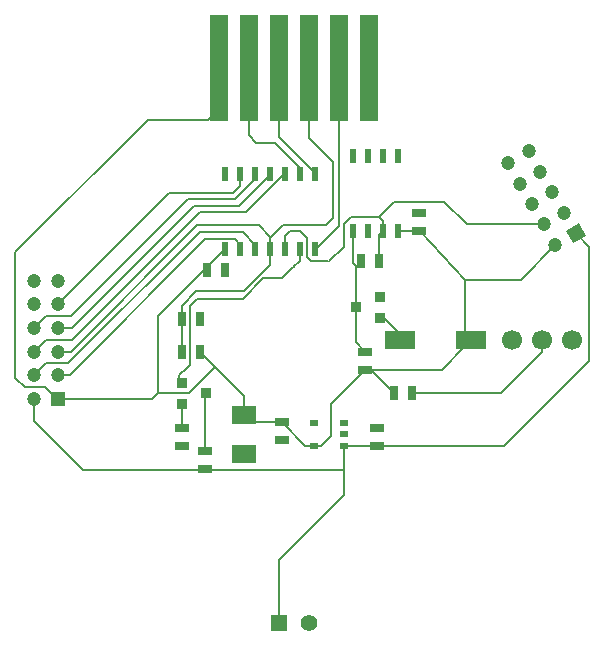
<source format=gbr>
%FSLAX46Y46*%
G04 Gerber Fmt 4.6, Leading zero omitted, Abs format (unit mm)*
G04 Created by KiCad (PCBNEW (2014-jul-16 BZR unknown)-product) date Wed 06 Aug 2014 23:01:27 CST*
%MOMM*%
G01*
G04 APERTURE LIST*
%ADD10C,0.150000*%
%ADD11R,2.032000X1.524000*%
%ADD12R,0.508000X1.143000*%
%ADD13R,0.762000X0.508000*%
%ADD14R,1.397000X1.397000*%
%ADD15C,1.397000*%
%ADD16C,1.700000*%
%ADD17R,0.635000X1.143000*%
%ADD18R,1.143000X0.635000*%
%ADD19R,2.500000X1.500000*%
%ADD20C,1.200000*%
%ADD21R,1.200000X1.200000*%
%ADD22R,1.500000X9.000000*%
%ADD23R,0.914400X0.914400*%
G04 APERTURE END LIST*
D10*
D11*
X195750000Y-106349000D03*
X195750000Y-109651000D03*
D12*
X208805000Y-90775000D03*
X207535000Y-90775000D03*
X206265000Y-90775000D03*
X204995000Y-90775000D03*
X204995000Y-84425000D03*
X206265000Y-84425000D03*
X207535000Y-84425000D03*
X208805000Y-84425000D03*
D13*
X204270000Y-108952500D03*
X204270000Y-107047500D03*
X201730000Y-108952500D03*
X204270000Y-108000000D03*
X201730000Y-107047500D03*
D14*
X198730000Y-124000000D03*
D15*
X201270000Y-124000000D03*
D16*
X223500000Y-100000000D03*
X220960000Y-100000000D03*
X218420000Y-100000000D03*
D17*
X190488000Y-98250000D03*
X192012000Y-98250000D03*
D18*
X199000000Y-106988000D03*
X199000000Y-108512000D03*
X207000000Y-109012000D03*
X207000000Y-107488000D03*
D17*
X208488000Y-104500000D03*
X210012000Y-104500000D03*
D18*
X206000000Y-102512000D03*
X206000000Y-100988000D03*
D17*
X205638000Y-93300000D03*
X207162000Y-93300000D03*
D18*
X192500000Y-110962000D03*
X192500000Y-109438000D03*
X190500000Y-107438000D03*
X190500000Y-108962000D03*
D17*
X190488000Y-101000000D03*
X192012000Y-101000000D03*
D19*
X209000000Y-100000000D03*
X215000000Y-100000000D03*
D20*
X180000000Y-101000000D03*
X180000000Y-103000000D03*
D21*
X180000000Y-105000000D03*
D20*
X180000000Y-99000000D03*
X180000000Y-97000000D03*
X180000000Y-95000000D03*
X178000000Y-95000000D03*
X178000000Y-97000000D03*
X178000000Y-99000000D03*
X178000000Y-101000000D03*
X178000000Y-103000000D03*
X178000000Y-105000000D03*
X221866025Y-87500000D03*
X222866025Y-89232051D03*
D10*
G36*
X224685640Y-91183717D02*
X223646410Y-91783717D01*
X223046410Y-90744487D01*
X224085640Y-90144487D01*
X224685640Y-91183717D01*
X224685640Y-91183717D01*
G37*
D20*
X220866025Y-85767949D03*
X219866025Y-84035898D03*
X218133975Y-85035898D03*
X219133975Y-86767949D03*
X220133975Y-88500000D03*
X221133975Y-90232051D03*
X222133975Y-91964102D03*
D22*
X203810000Y-77000000D03*
X201270000Y-77000000D03*
X198730000Y-77000000D03*
X196190000Y-77000000D03*
X193650000Y-77000000D03*
X206350000Y-77000000D03*
D23*
X207266000Y-96361000D03*
X207266000Y-98139000D03*
X205234000Y-97250000D03*
X190484000Y-105389000D03*
X190484000Y-103611000D03*
X192516000Y-104500000D03*
D12*
X194190000Y-92302000D03*
X195460000Y-92302000D03*
X196730000Y-92302000D03*
X198000000Y-92302000D03*
X199270000Y-92302000D03*
X200540000Y-92302000D03*
X201810000Y-92302000D03*
X201810000Y-85952000D03*
X200540000Y-85952000D03*
X198000000Y-85952000D03*
X196730000Y-85952000D03*
X195460000Y-85952000D03*
X194190000Y-85952000D03*
X199270000Y-85952000D03*
D18*
X210600000Y-90762000D03*
X210600000Y-89238000D03*
D17*
X192638000Y-94100000D03*
X194162000Y-94100000D03*
D10*
X195460000Y-92302000D02*
X195460000Y-91960000D01*
X195460000Y-91960000D02*
X195000000Y-91500000D01*
X195000000Y-91500000D02*
X192500000Y-91500000D01*
X192500000Y-91500000D02*
X181000000Y-103000000D01*
X181000000Y-103000000D02*
X180000000Y-103000000D01*
X180400000Y-103000000D02*
X180000000Y-103000000D01*
X195460000Y-85952000D02*
X195460000Y-86940000D01*
X189400000Y-87600000D02*
X180000000Y-97000000D01*
X194800000Y-87600000D02*
X189400000Y-87600000D01*
X195460000Y-86940000D02*
X194800000Y-87600000D01*
X198000000Y-91400000D02*
X198000000Y-91300000D01*
X181100000Y-101000000D02*
X180000000Y-101000000D01*
X191800000Y-90300000D02*
X181100000Y-101000000D01*
X197000000Y-90300000D02*
X191800000Y-90300000D01*
X198000000Y-91300000D02*
X197000000Y-90300000D01*
X190488000Y-98250000D02*
X190488000Y-97112000D01*
X198000000Y-93700000D02*
X198000000Y-92302000D01*
X195800000Y-95900000D02*
X198000000Y-93700000D01*
X191700000Y-95900000D02*
X195800000Y-95900000D01*
X190488000Y-97112000D02*
X191700000Y-95900000D01*
X198000000Y-92302000D02*
X198000000Y-91400000D01*
X198000000Y-91400000D02*
X199100000Y-90300000D01*
X199100000Y-90300000D02*
X202700000Y-90300000D01*
X202700000Y-90300000D02*
X203300000Y-89700000D01*
X203300000Y-89700000D02*
X203300000Y-84900000D01*
X203300000Y-84900000D02*
X201270000Y-82870000D01*
X201270000Y-82870000D02*
X201270000Y-77000000D01*
X190488000Y-98250000D02*
X190488000Y-101000000D01*
X198000000Y-85952000D02*
X198000000Y-86000000D01*
X198000000Y-86000000D02*
X195300000Y-88700000D01*
X195300000Y-88700000D02*
X191500000Y-88700000D01*
X191500000Y-88700000D02*
X181200000Y-99000000D01*
X181200000Y-99000000D02*
X180000000Y-99000000D01*
X199270000Y-85952000D02*
X199148000Y-85952000D01*
X199148000Y-85952000D02*
X195900000Y-89200000D01*
X195900000Y-89200000D02*
X192000000Y-89200000D01*
X192000000Y-89200000D02*
X181200000Y-100000000D01*
X181200000Y-100000000D02*
X179000000Y-100000000D01*
X179000000Y-100000000D02*
X178000000Y-101000000D01*
X196730000Y-85952000D02*
X196730000Y-86370000D01*
X196730000Y-86370000D02*
X195000000Y-88100000D01*
X195000000Y-88100000D02*
X191000000Y-88100000D01*
X191000000Y-88100000D02*
X181100000Y-98000000D01*
X181100000Y-98000000D02*
X179000000Y-98000000D01*
X179000000Y-98000000D02*
X178000000Y-99000000D01*
X207000000Y-109012000D02*
X217788000Y-109012000D01*
X225000000Y-92098077D02*
X223866025Y-90964102D01*
X225000000Y-101800000D02*
X225000000Y-92098077D01*
X217788000Y-109012000D02*
X225000000Y-101800000D01*
X190500000Y-111000000D02*
X182100000Y-111000000D01*
X178000000Y-106900000D02*
X178000000Y-105000000D01*
X182100000Y-111000000D02*
X178000000Y-106900000D01*
X191400000Y-111000000D02*
X204270000Y-111000000D01*
X207000000Y-109012000D02*
X204329500Y-109012000D01*
X204329500Y-109012000D02*
X204270000Y-108952500D01*
X198730000Y-124000000D02*
X198730000Y-118670000D01*
X204270000Y-113130000D02*
X204270000Y-111000000D01*
X204270000Y-111000000D02*
X204270000Y-108952500D01*
X198730000Y-118670000D02*
X204270000Y-113130000D01*
X191400000Y-111000000D02*
X190500000Y-111000000D01*
X190538000Y-111000000D02*
X190500000Y-111000000D01*
X196730000Y-92302000D02*
X196730000Y-91930000D01*
X196730000Y-91930000D02*
X195700000Y-90900000D01*
X195700000Y-90900000D02*
X192000000Y-90900000D01*
X192000000Y-90900000D02*
X180900000Y-102000000D01*
X180900000Y-102000000D02*
X179000000Y-102000000D01*
X179000000Y-102000000D02*
X178000000Y-103000000D01*
X220960000Y-100000000D02*
X220960000Y-101040000D01*
X217500000Y-104500000D02*
X210012000Y-104500000D01*
X220960000Y-101040000D02*
X217500000Y-104500000D01*
X207266000Y-98139000D02*
X207639000Y-98139000D01*
X207639000Y-98139000D02*
X209500000Y-100000000D01*
X192500000Y-109438000D02*
X192500000Y-104516000D01*
X192500000Y-104516000D02*
X192516000Y-104500000D01*
X190500000Y-107438000D02*
X190500000Y-105405000D01*
X190500000Y-105405000D02*
X190484000Y-105389000D01*
X190538000Y-105443000D02*
X190484000Y-105389000D01*
X214500000Y-94900000D02*
X219198077Y-94900000D01*
X219198077Y-94900000D02*
X222133975Y-91964102D01*
X180000000Y-105000000D02*
X179900000Y-105000000D01*
X179900000Y-105000000D02*
X178900000Y-104000000D01*
X192700000Y-81400000D02*
X193650000Y-80450000D01*
X187600000Y-81400000D02*
X192700000Y-81400000D01*
X176400000Y-92600000D02*
X187600000Y-81400000D01*
X176400000Y-103200000D02*
X176400000Y-92600000D01*
X177200000Y-104000000D02*
X176400000Y-103200000D01*
X178900000Y-104000000D02*
X177200000Y-104000000D01*
X193650000Y-80450000D02*
X193650000Y-77000000D01*
X188500000Y-104500000D02*
X188500000Y-97992000D01*
X188500000Y-97992000D02*
X194190000Y-92302000D01*
X193306000Y-102294000D02*
X192012000Y-101000000D01*
X195750000Y-106349000D02*
X195750000Y-104738000D01*
X195750000Y-104738000D02*
X193306000Y-102294000D01*
X196389000Y-106988000D02*
X195750000Y-106349000D01*
X199000000Y-106988000D02*
X196389000Y-106988000D01*
X200964500Y-108952500D02*
X199000000Y-106988000D01*
X201730000Y-108952500D02*
X200964500Y-108952500D01*
X201730000Y-108952500D02*
X202247500Y-108952500D01*
X203100000Y-105412000D02*
X206000000Y-102512000D01*
X203100000Y-108100000D02*
X203100000Y-105412000D01*
X202247500Y-108952500D02*
X203100000Y-108100000D01*
X214500000Y-100000000D02*
X214500000Y-100500000D01*
X214500000Y-100500000D02*
X212488000Y-102512000D01*
X212488000Y-102512000D02*
X206000000Y-102512000D01*
X208755000Y-90825000D02*
X210625000Y-90825000D01*
X214500000Y-94900000D02*
X214500000Y-100000000D01*
X210625000Y-90825000D02*
X214500000Y-94900000D01*
X206000000Y-102512000D02*
X206500000Y-102512000D01*
X206500000Y-102512000D02*
X208488000Y-104500000D01*
X188000000Y-105000000D02*
X188500000Y-104500000D01*
X188500000Y-104500000D02*
X191100000Y-104500000D01*
X191100000Y-104500000D02*
X193306000Y-102294000D01*
X180000000Y-105000000D02*
X188000000Y-105000000D01*
X205234000Y-97250000D02*
X205234000Y-93704000D01*
X204995000Y-93465000D02*
X204995000Y-90775000D01*
X205234000Y-93704000D02*
X204995000Y-93465000D01*
X205234000Y-97250000D02*
X205234000Y-100222000D01*
X205234000Y-100222000D02*
X206000000Y-100988000D01*
X221133975Y-90232051D02*
X214632051Y-90232051D01*
X208500000Y-88300000D02*
X207200000Y-89600000D01*
X212700000Y-88300000D02*
X208500000Y-88300000D01*
X214632051Y-90232051D02*
X212700000Y-88300000D01*
X207200000Y-89600000D02*
X207100000Y-89600000D01*
X207162000Y-93300000D02*
X207162000Y-91148000D01*
X207162000Y-91148000D02*
X207535000Y-90775000D01*
X207535000Y-90775000D02*
X207535000Y-89935000D01*
X207535000Y-89935000D02*
X207200000Y-89600000D01*
X207200000Y-89600000D02*
X207100000Y-89600000D01*
X207100000Y-89600000D02*
X204800000Y-89600000D01*
X204800000Y-89600000D02*
X204200000Y-90200000D01*
X204200000Y-90200000D02*
X204200000Y-92100000D01*
X204200000Y-92100000D02*
X203000000Y-93300000D01*
X199270000Y-91230000D02*
X199270000Y-92302000D01*
X199700000Y-90800000D02*
X199270000Y-91230000D01*
X200500000Y-90800000D02*
X199700000Y-90800000D01*
X201100000Y-91400000D02*
X200500000Y-90800000D01*
X201100000Y-93000000D02*
X201100000Y-91400000D01*
X201400000Y-93300000D02*
X201100000Y-93000000D01*
X202900000Y-93300000D02*
X201400000Y-93300000D01*
X199950000Y-93850000D02*
X200500000Y-93300000D01*
X200500000Y-93300000D02*
X200500000Y-92342000D01*
X200500000Y-92342000D02*
X200540000Y-92302000D01*
X190950000Y-102350000D02*
X191200000Y-102100000D01*
X190900000Y-102400000D02*
X190950000Y-102350000D01*
X191200000Y-102100000D02*
X191200000Y-97100000D01*
X191200000Y-97100000D02*
X191800000Y-96500000D01*
X191800000Y-96500000D02*
X195700000Y-96500000D01*
X195700000Y-96500000D02*
X197400000Y-94800000D01*
X197400000Y-94800000D02*
X199010500Y-94789500D01*
X199010500Y-94789500D02*
X199950000Y-93850000D01*
X199950000Y-93850000D02*
X199984500Y-93815500D01*
X190300000Y-103595000D02*
X190284000Y-103611000D01*
X190300000Y-103000000D02*
X190300000Y-103595000D01*
X190950000Y-102350000D02*
X190300000Y-103000000D01*
X201810000Y-92302000D02*
X201898000Y-92302000D01*
X201898000Y-92302000D02*
X203810000Y-90390000D01*
X203810000Y-90390000D02*
X203810000Y-77000000D01*
X201810000Y-85952000D02*
X201810000Y-85910000D01*
X201810000Y-85910000D02*
X198730000Y-82830000D01*
X198730000Y-82830000D02*
X198730000Y-77000000D01*
X200540000Y-85952000D02*
X200540000Y-85440000D01*
X200540000Y-85440000D02*
X198400000Y-83300000D01*
X198400000Y-83300000D02*
X196800000Y-83300000D01*
X196800000Y-83300000D02*
X196190000Y-82690000D01*
X196190000Y-82690000D02*
X196190000Y-77000000D01*
M02*

</source>
